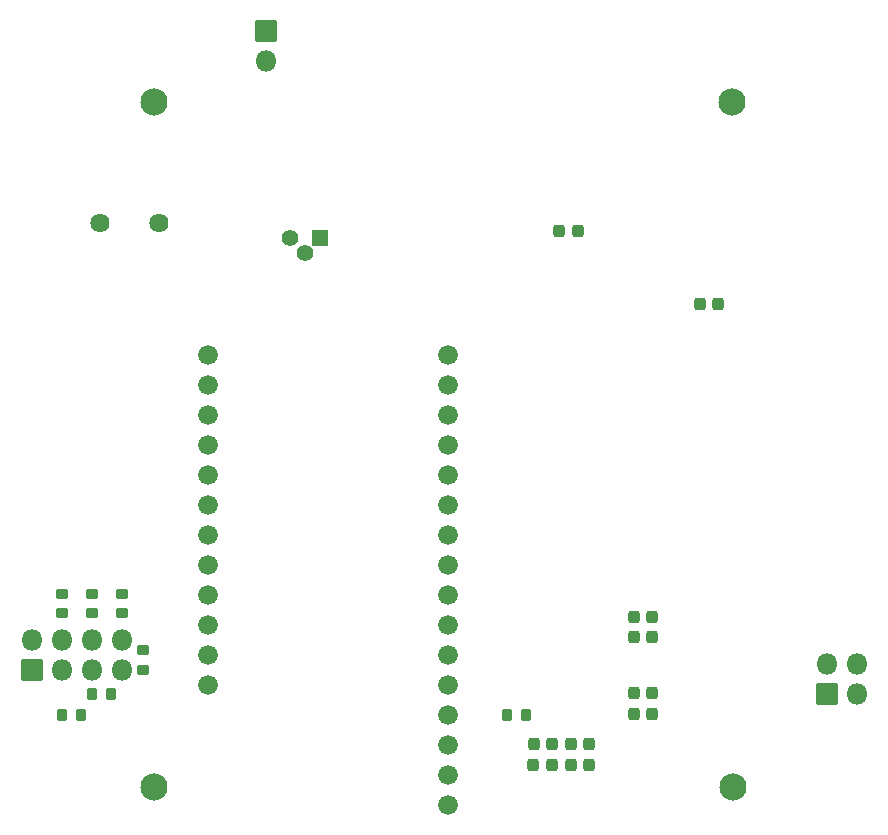
<source format=gbs>
G04 #@! TF.GenerationSoftware,KiCad,Pcbnew,(6.0.4-0)*
G04 #@! TF.CreationDate,2022-05-10T10:58:29-07:00*
G04 #@! TF.ProjectId,Labpass RFID Reader,4c616270-6173-4732-9052-464944205265,0.1.0*
G04 #@! TF.SameCoordinates,Original*
G04 #@! TF.FileFunction,Soldermask,Bot*
G04 #@! TF.FilePolarity,Negative*
%FSLAX46Y46*%
G04 Gerber Fmt 4.6, Leading zero omitted, Abs format (unit mm)*
G04 Created by KiCad (PCBNEW (6.0.4-0)) date 2022-05-10 10:58:29*
%MOMM*%
%LPD*%
G01*
G04 APERTURE LIST*
G04 Aperture macros list*
%AMRoundRect*
0 Rectangle with rounded corners*
0 $1 Rounding radius*
0 $2 $3 $4 $5 $6 $7 $8 $9 X,Y pos of 4 corners*
0 Add a 4 corners polygon primitive as box body*
4,1,4,$2,$3,$4,$5,$6,$7,$8,$9,$2,$3,0*
0 Add four circle primitives for the rounded corners*
1,1,$1+$1,$2,$3*
1,1,$1+$1,$4,$5*
1,1,$1+$1,$6,$7*
1,1,$1+$1,$8,$9*
0 Add four rect primitives between the rounded corners*
20,1,$1+$1,$2,$3,$4,$5,0*
20,1,$1+$1,$4,$5,$6,$7,0*
20,1,$1+$1,$6,$7,$8,$9,0*
20,1,$1+$1,$8,$9,$2,$3,0*%
G04 Aperture macros list end*
%ADD10RoundRect,0.050800X0.850000X-0.850000X0.850000X0.850000X-0.850000X0.850000X-0.850000X-0.850000X0*%
%ADD11O,1.801600X1.801600*%
%ADD12RoundRect,0.050800X-0.850000X-0.850000X0.850000X-0.850000X0.850000X0.850000X-0.850000X0.850000X0*%
%ADD13RoundRect,0.250800X-0.275000X0.200000X-0.275000X-0.200000X0.275000X-0.200000X0.275000X0.200000X0*%
%ADD14C,1.625600*%
%ADD15RoundRect,0.250800X0.200000X0.275000X-0.200000X0.275000X-0.200000X-0.275000X0.200000X-0.275000X0*%
%ADD16C,2.301600*%
%ADD17RoundRect,0.050800X0.650000X0.650000X-0.650000X0.650000X-0.650000X-0.650000X0.650000X-0.650000X0*%
%ADD18C,1.401600*%
%ADD19C,1.676400*%
%ADD20RoundRect,0.275800X0.225000X0.250000X-0.225000X0.250000X-0.225000X-0.250000X0.225000X-0.250000X0*%
%ADD21RoundRect,0.250800X-0.200000X-0.275000X0.200000X-0.275000X0.200000X0.275000X-0.200000X0.275000X0*%
%ADD22RoundRect,0.275800X-0.225000X-0.250000X0.225000X-0.250000X0.225000X0.250000X-0.225000X0.250000X0*%
G04 APERTURE END LIST*
D10*
X175768000Y-116332000D03*
D11*
X175768000Y-113792000D03*
X178308000Y-116332000D03*
X178308000Y-113792000D03*
D12*
X128270000Y-60198000D03*
D11*
X128270000Y-62738000D03*
X116088000Y-111822000D03*
X116088000Y-114362000D03*
X113548000Y-111822000D03*
X113548000Y-114362000D03*
X111008000Y-111822000D03*
X111008000Y-114362000D03*
X108468000Y-111822000D03*
D10*
X108468000Y-114362000D03*
D13*
X116078000Y-109537000D03*
X116078000Y-107887000D03*
D14*
X119250169Y-76456169D03*
X114250169Y-76456169D03*
D15*
X115188000Y-116332000D03*
X113538000Y-116332000D03*
D16*
X118779296Y-66252193D03*
X118819296Y-124232193D03*
X167829296Y-124222193D03*
D17*
X132866182Y-77760280D03*
D18*
X131596182Y-79030280D03*
X130326182Y-77760280D03*
D13*
X110998000Y-109537000D03*
X110998000Y-107887000D03*
X117856000Y-114300000D03*
X117856000Y-112650000D03*
X113538000Y-109537000D03*
X113538000Y-107887000D03*
D19*
X123366169Y-110535419D03*
X143686169Y-90215419D03*
X123366169Y-87675419D03*
X123366169Y-90215419D03*
X143686169Y-100375419D03*
X143686169Y-92755419D03*
X143686169Y-125775419D03*
X143686169Y-120695419D03*
X143686169Y-97835419D03*
X143686169Y-95295419D03*
X143686169Y-118155419D03*
X123366169Y-113075419D03*
X123366169Y-115615419D03*
X143686169Y-102915419D03*
X143686169Y-105455419D03*
X143686169Y-107995419D03*
X143686169Y-110535419D03*
X143686169Y-113075419D03*
X143686169Y-115615419D03*
X123366169Y-100375419D03*
X123366169Y-95295419D03*
X123366169Y-102915419D03*
X143686169Y-87675419D03*
X123366169Y-97835419D03*
X123366169Y-92755419D03*
X123366169Y-107995419D03*
X123366169Y-105455419D03*
X143686169Y-123235419D03*
D16*
X167789296Y-66232193D03*
D15*
X112648000Y-118110000D03*
X110998000Y-118110000D03*
D20*
X160976169Y-111572169D03*
X159426169Y-111572169D03*
D21*
X148691169Y-118114169D03*
X150341169Y-118114169D03*
D22*
X159426169Y-109872169D03*
X160976169Y-109872169D03*
X159426169Y-116272169D03*
X160976169Y-116272169D03*
D20*
X160976169Y-118018169D03*
X159426169Y-118018169D03*
D22*
X150944169Y-122372169D03*
X152494169Y-122372169D03*
D20*
X152526169Y-120572169D03*
X150976169Y-120572169D03*
X166576169Y-83314169D03*
X165026169Y-83314169D03*
X155676169Y-122372169D03*
X154126169Y-122372169D03*
D22*
X154126169Y-120572169D03*
X155676169Y-120572169D03*
D20*
X154676169Y-77172169D03*
X153126169Y-77172169D03*
M02*

</source>
